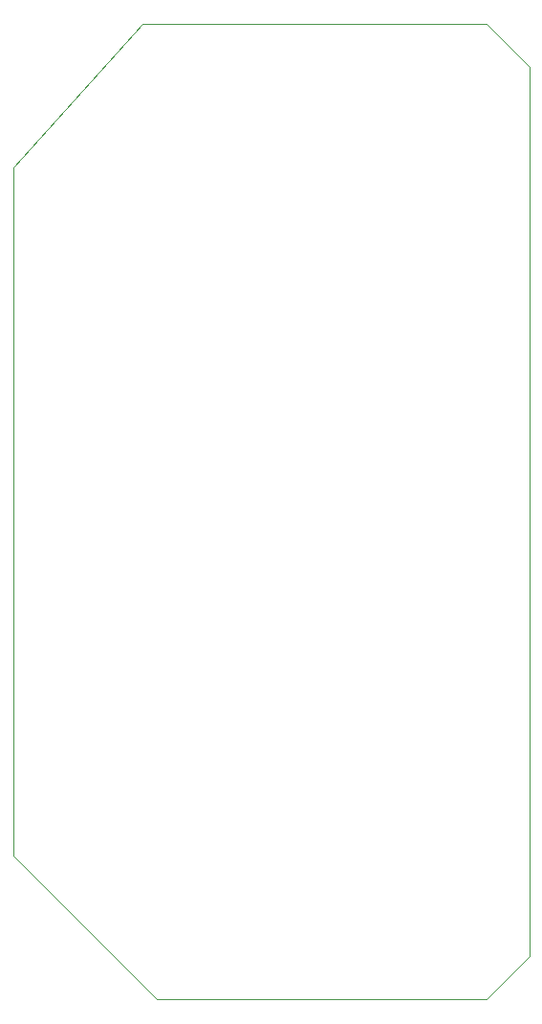
<source format=gm1>
G04 #@! TF.GenerationSoftware,KiCad,Pcbnew,5.1.5+dfsg1-2*
G04 #@! TF.CreationDate,2020-01-25T11:12:06+01:00*
G04 #@! TF.ProjectId,A500r5_eprom_adapter,41353030-7235-45f6-9570-726f6d5f6164,rev?*
G04 #@! TF.SameCoordinates,Original*
G04 #@! TF.FileFunction,Profile,NP*
%FSLAX46Y46*%
G04 Gerber Fmt 4.6, Leading zero omitted, Abs format (unit mm)*
G04 Created by KiCad (PCBNEW 5.1.5+dfsg1-2) date 2020-01-25 11:12:06*
%MOMM*%
%LPD*%
G04 APERTURE LIST*
%ADD10C,0.050000*%
G04 APERTURE END LIST*
D10*
X144780000Y-140970000D02*
X115570000Y-140970000D01*
X148590000Y-137160000D02*
X144780000Y-140970000D01*
X148590000Y-58420000D02*
X148590000Y-137160000D01*
X102870000Y-128270000D02*
X115570000Y-140970000D01*
X102870000Y-127000000D02*
X102870000Y-128270000D01*
X102870000Y-67310000D02*
X102870000Y-127000000D01*
X114300000Y-54610000D02*
X102870000Y-67310000D01*
X144780000Y-54610000D02*
X114300000Y-54610000D01*
X148590000Y-58420000D02*
X144780000Y-54610000D01*
M02*

</source>
